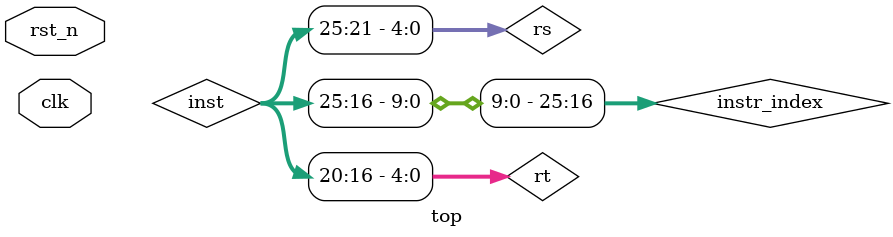
<source format=v>
`timescale 1ns / 1ps
module top (
           input clk,
           input rst_n
       );

wire[31:0] pc_now;
wire[31:0] pc_next;

wire[31:0] inst;
wire[4:0] rs = inst[25:21];
wire[4:0] rt = inst[20:16];
wire[4:0] rd = inst[15:11];
wire[25:0] instr_index = inst[25:0];
wire[15:0] imm = inst[15:0];

wire cu_jump;
wire cu_beq;
wire cu_itype;
wire cu_write_imm;
wire cu_read_data;
wire cu_reg_we;
wire cu_mem_we;
wire cu_alu_op;

wire[31:0] rd1, rd2;

wire[31:0] res;
wire[31:0] load_data;

pc PC(.clk(clk), .rst_n(rst_n), .pc_next(pc_next), .pc_now(pc_now));

cu CU(.inst(inst),
      .cu_jump(cu_jump),
      .cu_beq(cu_beq),
      .cu_itype(cu_itype),
      .cu_write_imm(cu_write_imm),
      .cu_read_data(cu_read_data),
      .cu_reg_we(cu_reg_we),
      .cu_mem_we(cu_mem_we),
      .cu_alu_op(cu_alu_op));

br_unit BR_UNIT(.clk(clk),
                .rst_n(rst_n),
                .pc(pc_now),
                .instr_index(instr_index),
                .offset(imm),
                .rd1(rd1),
                .rd2(rd2),
                .cu_jump(cu_jump),
                .cu_beq(cu_beq),
                .pc_next(pc_next));

reg_heap REG_HEAP(.clk(clk),
                  .ra1(rs),
                  .ra2(rt),
                  .wa(cu_itype? rt: rd),
                  .we(cu_reg_we),
                  .wd(cu_write_imm? {imm, 16'b0}: cu_read_data? load_data: res),
                  .rd1(rd1),
                  .rd2(rd2));

data_mem DATA_MEM(.clk(clk),
                  .addr(res),
                  .wd(rd2),
                  .we(cu_mem_we),
                  .rd(load_data));

inst_mem INST_MEM(.clk(clk),
                  .pc(pc_now),
                  .inst(inst));

alu ALU(.alu_op(cu_alu_op),
        .num1(rd1),
        .num2(cu_itype? { {16{imm[15]}}, imm }: rd2),
        .res(res));
endmodule

</source>
